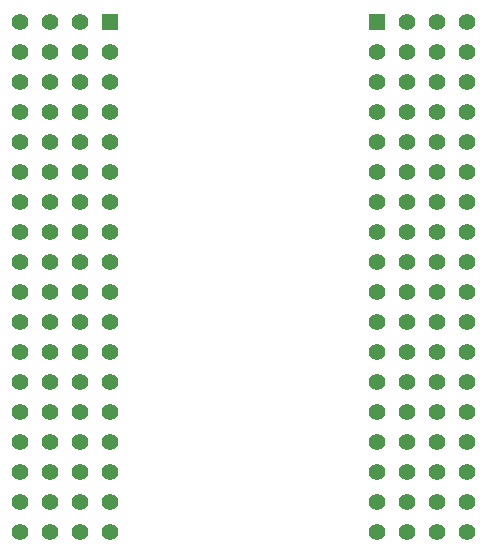
<source format=gbr>
%TF.GenerationSoftware,KiCad,Pcbnew,7.0.9*%
%TF.CreationDate,2024-12-09T19:17:55-07:00*%
%TF.ProjectId,Extender_Board,45787465-6e64-4657-925f-426f6172642e,rev?*%
%TF.SameCoordinates,Original*%
%TF.FileFunction,Soldermask,Bot*%
%TF.FilePolarity,Negative*%
%FSLAX46Y46*%
G04 Gerber Fmt 4.6, Leading zero omitted, Abs format (unit mm)*
G04 Created by KiCad (PCBNEW 7.0.9) date 2024-12-09 19:17:55*
%MOMM*%
%LPD*%
G01*
G04 APERTURE LIST*
%ADD10C,1.397000*%
%ADD11R,1.397000X1.397000*%
G04 APERTURE END LIST*
D10*
%TO.C,J2*%
X160782000Y-98806000D03*
X158242000Y-98806000D03*
X155702000Y-98806000D03*
X153162000Y-98806000D03*
X160782000Y-96266000D03*
X158242000Y-96266000D03*
X155702000Y-96266000D03*
X153162000Y-96266000D03*
X160782000Y-93726000D03*
X158242000Y-93726000D03*
X155702000Y-93726000D03*
X153162000Y-93726000D03*
X160782000Y-91186000D03*
X158242000Y-91186000D03*
X155702000Y-91186000D03*
X153162000Y-91186000D03*
X160782000Y-88646000D03*
X158242000Y-88646000D03*
X155702000Y-88646000D03*
X153162000Y-88646000D03*
X160782000Y-86106000D03*
X158242000Y-86106000D03*
X155702000Y-86106000D03*
X153162000Y-86106000D03*
X160782000Y-83566000D03*
X158242000Y-83566000D03*
X155702000Y-83566000D03*
X153162000Y-83566000D03*
X160782000Y-81026000D03*
X158242000Y-81026000D03*
X155702000Y-81026000D03*
X153162000Y-81026000D03*
X160782000Y-78486000D03*
X158242000Y-78486000D03*
X155702000Y-78486000D03*
X153162000Y-78486000D03*
X160782000Y-75946000D03*
X158242000Y-75946000D03*
X155702000Y-75946000D03*
X153162000Y-75946000D03*
X160782000Y-73406000D03*
X158242000Y-73406000D03*
X155702000Y-73406000D03*
X153162000Y-73406000D03*
X160782000Y-70866000D03*
X158242000Y-70866000D03*
X155702000Y-70866000D03*
X153162000Y-70866000D03*
X160782000Y-68326000D03*
X158242000Y-68326000D03*
X155702000Y-68326000D03*
X153162000Y-68326000D03*
X160782000Y-65786000D03*
X158242000Y-65786000D03*
X155702000Y-65786000D03*
X153162000Y-65786000D03*
X160782000Y-63246000D03*
X158242000Y-63246000D03*
X155702000Y-63246000D03*
X153162000Y-63246000D03*
X160782000Y-60706000D03*
X158242000Y-60706000D03*
X155702000Y-60706000D03*
X153162000Y-60706000D03*
X160782000Y-58166000D03*
X158242000Y-58166000D03*
X155702000Y-58166000D03*
X153162000Y-58166000D03*
X160782000Y-55626000D03*
X158242000Y-55626000D03*
X155702000Y-55626000D03*
D11*
X153162000Y-55626000D03*
%TD*%
D10*
%TO.C,J1*%
X122936000Y-98806000D03*
X125476000Y-98806000D03*
X128016000Y-98806000D03*
X130556000Y-98806000D03*
X122936000Y-96266000D03*
X125476000Y-96266000D03*
X128016000Y-96266000D03*
X130556000Y-96266000D03*
X122936000Y-93726000D03*
X125476000Y-93726000D03*
X128016000Y-93726000D03*
X130556000Y-93726000D03*
X122936000Y-91186000D03*
X125476000Y-91186000D03*
X128016000Y-91186000D03*
X130556000Y-91186000D03*
X122936000Y-88646000D03*
X125476000Y-88646000D03*
X128016000Y-88646000D03*
X130556000Y-88646000D03*
X122936000Y-86106000D03*
X125476000Y-86106000D03*
X128016000Y-86106000D03*
X130556000Y-86106000D03*
X122936000Y-83566000D03*
X125476000Y-83566000D03*
X128016000Y-83566000D03*
X130556000Y-83566000D03*
X122936000Y-81026000D03*
X125476000Y-81026000D03*
X128016000Y-81026000D03*
X130556000Y-81026000D03*
X122936000Y-78486000D03*
X125476000Y-78486000D03*
X128016000Y-78486000D03*
X130556000Y-78486000D03*
X122936000Y-75946000D03*
X125476000Y-75946000D03*
X128016000Y-75946000D03*
X130556000Y-75946000D03*
X122936000Y-73406000D03*
X125476000Y-73406000D03*
X128016000Y-73406000D03*
X130556000Y-73406000D03*
X122936000Y-70866000D03*
X125476000Y-70866000D03*
X128016000Y-70866000D03*
X130556000Y-70866000D03*
X122936000Y-68326000D03*
X125476000Y-68326000D03*
X128016000Y-68326000D03*
X130556000Y-68326000D03*
X122936000Y-65786000D03*
X125476000Y-65786000D03*
X128016000Y-65786000D03*
X130556000Y-65786000D03*
X122936000Y-63246000D03*
X125476000Y-63246000D03*
X128016000Y-63246000D03*
X130556000Y-63246000D03*
X122936000Y-60706000D03*
X125476000Y-60706000D03*
X128016000Y-60706000D03*
X130556000Y-60706000D03*
X122936000Y-58166000D03*
X125476000Y-58166000D03*
X128016000Y-58166000D03*
X130556000Y-58166000D03*
X122936000Y-55626000D03*
X125476000Y-55626000D03*
X128016000Y-55626000D03*
D11*
X130556000Y-55626000D03*
%TD*%
M02*

</source>
